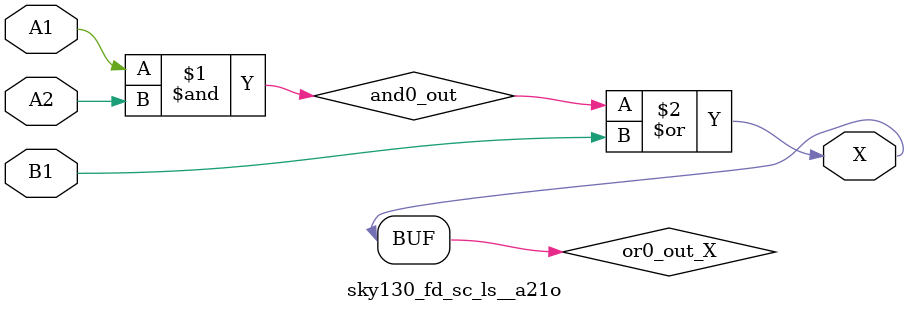
<source format=v>
/*
 * Copyright 2020 The SkyWater PDK Authors
 *
 * Licensed under the Apache License, Version 2.0 (the "License");
 * you may not use this file except in compliance with the License.
 * You may obtain a copy of the License at
 *
 *     https://www.apache.org/licenses/LICENSE-2.0
 *
 * Unless required by applicable law or agreed to in writing, software
 * distributed under the License is distributed on an "AS IS" BASIS,
 * WITHOUT WARRANTIES OR CONDITIONS OF ANY KIND, either express or implied.
 * See the License for the specific language governing permissions and
 * limitations under the License.
 *
 * SPDX-License-Identifier: Apache-2.0
*/


`ifndef SKY130_FD_SC_LS__A21O_FUNCTIONAL_V
`define SKY130_FD_SC_LS__A21O_FUNCTIONAL_V

/**
 * a21o: 2-input AND into first input of 2-input OR.
 *
 *       X = ((A1 & A2) | B1)
 *
 * Verilog simulation functional model.
 */

`timescale 1ns / 1ps
`default_nettype none

`celldefine
module sky130_fd_sc_ls__a21o (
    X ,
    A1,
    A2,
    B1
);

    // Module ports
    output X ;
    input  A1;
    input  A2;
    input  B1;

    // Local signals
    wire and0_out ;
    wire or0_out_X;

    //  Name  Output     Other arguments
    and and0 (and0_out , A1, A2         );
    or  or0  (or0_out_X, and0_out, B1   );
    buf buf0 (X        , or0_out_X      );

endmodule
`endcelldefine

`default_nettype wire
`endif  // SKY130_FD_SC_LS__A21O_FUNCTIONAL_V
</source>
